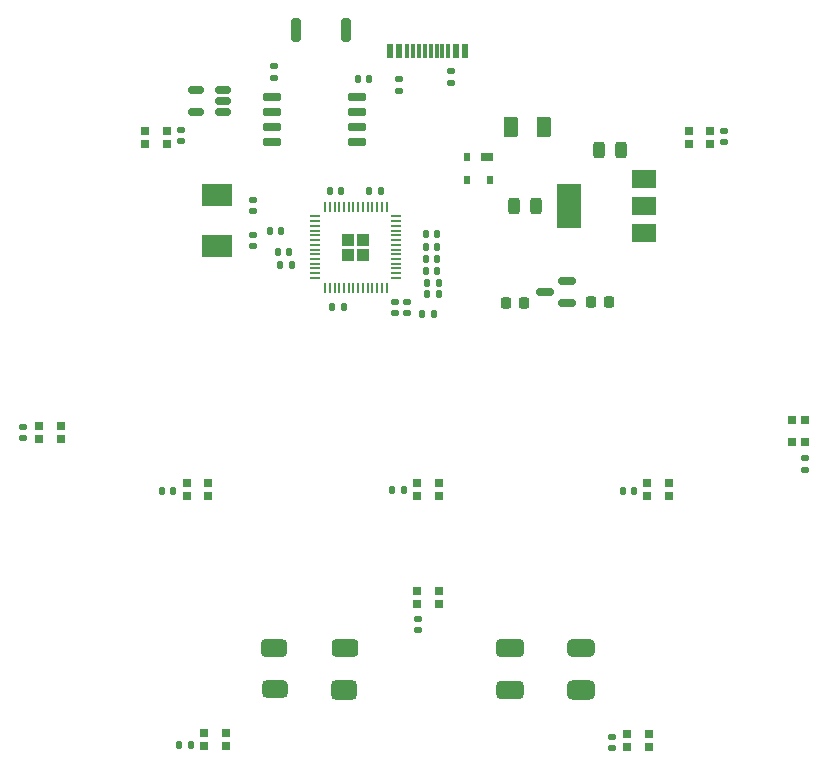
<source format=gbr>
%TF.GenerationSoftware,KiCad,Pcbnew,(7.0.0-0)*%
%TF.CreationDate,2023-03-07T01:41:50-06:00*%
%TF.ProjectId,RP2040_minimal,52503230-3430-45f6-9d69-6e696d616c2e,REV1*%
%TF.SameCoordinates,Original*%
%TF.FileFunction,Paste,Top*%
%TF.FilePolarity,Positive*%
%FSLAX46Y46*%
G04 Gerber Fmt 4.6, Leading zero omitted, Abs format (unit mm)*
G04 Created by KiCad (PCBNEW (7.0.0-0)) date 2023-03-07 01:41:50*
%MOMM*%
%LPD*%
G01*
G04 APERTURE LIST*
G04 Aperture macros list*
%AMRoundRect*
0 Rectangle with rounded corners*
0 $1 Rounding radius*
0 $2 $3 $4 $5 $6 $7 $8 $9 X,Y pos of 4 corners*
0 Add a 4 corners polygon primitive as box body*
4,1,4,$2,$3,$4,$5,$6,$7,$8,$9,$2,$3,0*
0 Add four circle primitives for the rounded corners*
1,1,$1+$1,$2,$3*
1,1,$1+$1,$4,$5*
1,1,$1+$1,$6,$7*
1,1,$1+$1,$8,$9*
0 Add four rect primitives between the rounded corners*
20,1,$1+$1,$2,$3,$4,$5,0*
20,1,$1+$1,$4,$5,$6,$7,0*
20,1,$1+$1,$6,$7,$8,$9,0*
20,1,$1+$1,$8,$9,$2,$3,0*%
G04 Aperture macros list end*
%ADD10R,0.700000X0.700000*%
%ADD11RoundRect,0.140000X0.140000X0.170000X-0.140000X0.170000X-0.140000X-0.170000X0.140000X-0.170000X0*%
%ADD12RoundRect,0.370000X-0.835000X-0.370000X0.835000X-0.370000X0.835000X0.370000X-0.835000X0.370000X0*%
%ADD13RoundRect,0.375000X-0.777500X-0.375000X0.777500X-0.375000X0.777500X0.375000X-0.777500X0.375000X0*%
%ADD14RoundRect,0.390000X-0.782500X-0.390000X0.782500X-0.390000X0.782500X0.390000X-0.782500X0.390000X0*%
%ADD15RoundRect,0.405000X-0.782500X-0.405000X0.782500X-0.405000X0.782500X0.405000X-0.782500X0.405000X0*%
%ADD16RoundRect,0.410000X-0.702500X-0.410000X0.702500X-0.410000X0.702500X0.410000X-0.702500X0.410000X0*%
%ADD17RoundRect,0.375000X-0.707500X-0.375000X0.707500X-0.375000X0.707500X0.375000X-0.707500X0.375000X0*%
%ADD18RoundRect,0.367500X-0.775000X-0.367500X0.775000X-0.367500X0.775000X0.367500X-0.775000X0.367500X0*%
%ADD19RoundRect,0.367500X-0.762500X-0.367500X0.762500X-0.367500X0.762500X0.367500X-0.762500X0.367500X0*%
%ADD20RoundRect,0.150000X0.512500X0.150000X-0.512500X0.150000X-0.512500X-0.150000X0.512500X-0.150000X0*%
%ADD21RoundRect,0.140000X-0.170000X0.140000X-0.170000X-0.140000X0.170000X-0.140000X0.170000X0.140000X0*%
%ADD22RoundRect,0.243750X0.243750X0.456250X-0.243750X0.456250X-0.243750X-0.456250X0.243750X-0.456250X0*%
%ADD23RoundRect,0.147500X-0.147500X-0.172500X0.147500X-0.172500X0.147500X0.172500X-0.147500X0.172500X0*%
%ADD24RoundRect,0.147500X0.147500X0.172500X-0.147500X0.172500X-0.147500X-0.172500X0.147500X-0.172500X0*%
%ADD25R,2.000000X1.500000*%
%ADD26R,2.000000X3.800000*%
%ADD27RoundRect,0.150000X-0.650000X-0.150000X0.650000X-0.150000X0.650000X0.150000X-0.650000X0.150000X0*%
%ADD28RoundRect,0.147500X-0.172500X0.147500X-0.172500X-0.147500X0.172500X-0.147500X0.172500X0.147500X0*%
%ADD29RoundRect,0.050000X-0.387500X0.050000X-0.387500X-0.050000X0.387500X-0.050000X0.387500X0.050000X0*%
%ADD30RoundRect,0.050000X-0.050000X0.387500X-0.050000X-0.387500X0.050000X-0.387500X0.050000X0.387500X0*%
%ADD31RoundRect,0.250000X-0.292217X0.292217X-0.292217X-0.292217X0.292217X-0.292217X0.292217X0.292217X0*%
%ADD32RoundRect,0.147500X0.172500X-0.147500X0.172500X0.147500X-0.172500X0.147500X-0.172500X-0.147500X0*%
%ADD33R,2.600000X1.900000*%
%ADD34RoundRect,0.200000X0.200000X0.800000X-0.200000X0.800000X-0.200000X-0.800000X0.200000X-0.800000X0*%
%ADD35RoundRect,0.225000X0.225000X0.250000X-0.225000X0.250000X-0.225000X-0.250000X0.225000X-0.250000X0*%
%ADD36RoundRect,0.140000X0.170000X-0.140000X0.170000X0.140000X-0.170000X0.140000X-0.170000X-0.140000X0*%
%ADD37R,0.600000X1.150000*%
%ADD38R,0.300000X1.150000*%
%ADD39R,0.600000X0.700000*%
%ADD40R,1.000000X0.700000*%
%ADD41RoundRect,0.150000X0.587500X0.150000X-0.587500X0.150000X-0.587500X-0.150000X0.587500X-0.150000X0*%
%ADD42RoundRect,0.250000X-0.375000X-0.625000X0.375000X-0.625000X0.375000X0.625000X-0.375000X0.625000X0*%
G04 APERTURE END LIST*
D10*
%TO.C,D10*%
X20414999Y-5399999D03*
X20414999Y-4299999D03*
X18584999Y-4299999D03*
X18584999Y-5399999D03*
%TD*%
%TO.C,D9*%
X914999Y-5399999D03*
X914999Y-4299999D03*
X-914999Y-4299999D03*
X-914999Y-5399999D03*
%TD*%
%TO.C,D8*%
X-20414999Y-5399999D03*
X-20414999Y-4299999D03*
X-18584999Y-4299999D03*
X-18584999Y-5399999D03*
%TD*%
D11*
%TO.C,C30*%
X16500000Y-4950000D03*
X17460000Y-4950000D03*
%TD*%
%TO.C,C29*%
X-2040000Y-4900000D03*
X-3000000Y-4900000D03*
%TD*%
%TO.C,C28*%
X-22520000Y-4950000D03*
X-21560000Y-4950000D03*
%TD*%
D12*
%TO.C,SW3*%
X6945000Y-18260000D03*
D13*
X12977500Y-18250000D03*
D14*
X7002500Y-21780000D03*
D15*
X13012500Y-21810000D03*
%TD*%
D16*
%TO.C,SW2*%
X-7062500Y-21820000D03*
D17*
X-12907500Y-21750000D03*
D18*
X-7032500Y-18265000D03*
D19*
X-12980000Y-18265000D03*
%TD*%
D20*
%TO.C,Q1*%
X-17362500Y27110000D03*
X-17362500Y28060000D03*
X-17362500Y29010000D03*
X-19637500Y29010000D03*
X-19637500Y27110000D03*
%TD*%
D21*
%TO.C,C27*%
X25110000Y25540000D03*
X25110000Y24580000D03*
%TD*%
%TO.C,C24*%
X-860000Y-15770000D03*
X-860000Y-16730000D03*
%TD*%
D22*
%TO.C,C2*%
X9207500Y19210000D03*
X7332500Y19210000D03*
%TD*%
D23*
%TO.C,C12*%
X925000Y11682500D03*
X-45000Y11682500D03*
%TD*%
%TO.C,C11*%
X925000Y12682500D03*
X-45000Y12682500D03*
%TD*%
D24*
%TO.C,C8*%
X-7115000Y10635000D03*
X-8085000Y10635000D03*
%TD*%
D25*
%TO.C,U1*%
X18279999Y16879999D03*
X18279999Y19179999D03*
D26*
X11979999Y19179999D03*
D25*
X18279999Y21479999D03*
%TD*%
D27*
%TO.C,U4*%
X-5955000Y28412500D03*
X-5955000Y27142500D03*
X-5955000Y25872500D03*
X-5955000Y24602500D03*
X-13155000Y24602500D03*
X-13155000Y25872500D03*
X-13155000Y27142500D03*
X-13155000Y28412500D03*
%TD*%
D28*
%TO.C,C17*%
X-14792519Y16724000D03*
X-14792519Y15754000D03*
%TD*%
D23*
%TO.C,C5*%
X810000Y15715000D03*
X-160000Y15715000D03*
%TD*%
D24*
%TO.C,C7*%
X-3992500Y20402500D03*
X-4962500Y20402500D03*
%TD*%
%TO.C,C10*%
X-12710000Y15279000D03*
X-11740000Y15279000D03*
%TD*%
%TO.C,R5*%
X-159124Y14697500D03*
X810876Y14697500D03*
%TD*%
%TO.C,C4*%
X-12470000Y14172500D03*
X-11500000Y14172500D03*
%TD*%
D22*
%TO.C,C1*%
X16387500Y23940000D03*
X14512500Y23940000D03*
%TD*%
D24*
%TO.C,C6*%
X-7342500Y20432500D03*
X-8312500Y20432500D03*
%TD*%
D29*
%TO.C,U5*%
X-2647500Y18285000D03*
X-2647500Y17885000D03*
X-2647500Y17485000D03*
X-2647500Y17085000D03*
X-2647500Y16685000D03*
X-2647500Y16285000D03*
X-2647500Y15885000D03*
X-2647500Y15485000D03*
X-2647500Y15085000D03*
X-2647500Y14685000D03*
X-2647500Y14285000D03*
X-2647500Y13885000D03*
X-2647500Y13485000D03*
X-2647500Y13085000D03*
D30*
X-3485000Y12247500D03*
X-3885000Y12247500D03*
X-4285000Y12247500D03*
X-4685000Y12247500D03*
X-5085000Y12247500D03*
X-5485000Y12247500D03*
X-5885000Y12247500D03*
X-6285000Y12247500D03*
X-6685000Y12247500D03*
X-7085000Y12247500D03*
X-7485000Y12247500D03*
X-7885000Y12247500D03*
X-8285000Y12247500D03*
X-8685000Y12247500D03*
D29*
X-9522500Y13085000D03*
X-9522500Y13485000D03*
X-9522500Y13885000D03*
X-9522500Y14285000D03*
X-9522500Y14685000D03*
X-9522500Y15085000D03*
X-9522500Y15485000D03*
X-9522500Y15885000D03*
X-9522500Y16285000D03*
X-9522500Y16685000D03*
X-9522500Y17085000D03*
X-9522500Y17485000D03*
X-9522500Y17885000D03*
X-9522500Y18285000D03*
D30*
X-8685000Y19122500D03*
X-8285000Y19122500D03*
X-7885000Y19122500D03*
X-7485000Y19122500D03*
X-7085000Y19122500D03*
X-6685000Y19122500D03*
X-6285000Y19122500D03*
X-5885000Y19122500D03*
X-5485000Y19122500D03*
X-5085000Y19122500D03*
X-4685000Y19122500D03*
X-4285000Y19122500D03*
X-3885000Y19122500D03*
X-3485000Y19122500D03*
D31*
X-6722500Y15047500D03*
X-5447500Y15047500D03*
X-6722500Y16322500D03*
X-5447500Y16322500D03*
%TD*%
D32*
%TO.C,C16*%
X-14792519Y18724000D03*
X-14792519Y19694000D03*
%TD*%
D24*
%TO.C,R6*%
X-159124Y13697500D03*
X810876Y13697500D03*
%TD*%
D23*
%TO.C,C3*%
X800000Y16795000D03*
X-170000Y16795000D03*
%TD*%
%TO.C,C15*%
X-4970000Y29907500D03*
X-5940000Y29907500D03*
%TD*%
D24*
%TO.C,R8*%
X-13392519Y17024000D03*
X-12422519Y17024000D03*
%TD*%
D33*
%TO.C,Y1*%
X-17816837Y15812499D03*
X-17816837Y20112499D03*
%TD*%
D21*
%TO.C,C26*%
X31960000Y-3160000D03*
X31960000Y-2200000D03*
%TD*%
D34*
%TO.C,SW1*%
X-11134338Y34077500D03*
X-6934338Y34077500D03*
%TD*%
D35*
%TO.C,R4*%
X8165000Y10920000D03*
X6615000Y10920000D03*
%TD*%
D36*
%TO.C,C25*%
X15620000Y-25790000D03*
X15620000Y-26750000D03*
%TD*%
D37*
%TO.C,P1*%
X3199999Y32319999D03*
X2399999Y32319999D03*
D38*
X1249999Y32319999D03*
X249999Y32319999D03*
X-249999Y32319999D03*
X-1249999Y32319999D03*
D37*
X-2399999Y32319999D03*
X-3199999Y32319999D03*
X-3199999Y32319999D03*
X-2399999Y32319999D03*
D38*
X-1749999Y32319999D03*
X-749999Y32319999D03*
X749999Y32319999D03*
X1749999Y32319999D03*
D37*
X2399999Y32319999D03*
X3199999Y32319999D03*
%TD*%
D10*
%TO.C,D2*%
X-31084999Y-549999D03*
X-31084999Y549999D03*
X-32914999Y549999D03*
X-32914999Y-549999D03*
%TD*%
D35*
%TO.C,R1*%
X15375000Y11020000D03*
X13825000Y11020000D03*
%TD*%
D21*
%TO.C,C21*%
X-20890000Y24650000D03*
X-20890000Y25610000D03*
%TD*%
D39*
%TO.C,U3*%
X5239999Y21334999D03*
X3339999Y21334999D03*
X3339999Y23334999D03*
D40*
X5039999Y23334999D03*
%TD*%
D36*
%TO.C,C22*%
X-34230000Y480000D03*
X-34230000Y-480000D03*
%TD*%
D10*
%TO.C,D5*%
X18744999Y-26659999D03*
X18744999Y-25559999D03*
X16914999Y-25559999D03*
X16914999Y-26659999D03*
%TD*%
D41*
%TO.C,U2*%
X11805000Y10960000D03*
X11805000Y12860000D03*
X9930000Y11910000D03*
%TD*%
D21*
%TO.C,R2*%
X1949338Y30560000D03*
X1949338Y29600000D03*
%TD*%
D11*
%TO.C,C23*%
X-21032500Y-26485000D03*
X-20072500Y-26485000D03*
%TD*%
D10*
%TO.C,D7*%
X22084999Y25549999D03*
X22084999Y24449999D03*
X23914999Y24449999D03*
X23914999Y25549999D03*
%TD*%
D23*
%TO.C,C14*%
X-445000Y10050000D03*
X525000Y10050000D03*
%TD*%
D28*
%TO.C,C9*%
X-2775000Y10087500D03*
X-2775000Y11057500D03*
%TD*%
D10*
%TO.C,D3*%
X-17084999Y-26549999D03*
X-17084999Y-25449999D03*
X-18914999Y-25449999D03*
X-18914999Y-26549999D03*
%TD*%
D28*
%TO.C,C13*%
X-1745000Y10087500D03*
X-1745000Y11057500D03*
%TD*%
D10*
%TO.C,D1*%
X-23914999Y25549999D03*
X-23914999Y24449999D03*
X-22084999Y24449999D03*
X-22084999Y25549999D03*
%TD*%
D21*
%TO.C,R3*%
X-2430000Y29880000D03*
X-2430000Y28920000D03*
%TD*%
D10*
%TO.C,D6*%
X31949999Y1014999D03*
X30849999Y1014999D03*
X30849999Y-814999D03*
X31949999Y-814999D03*
%TD*%
%TO.C,D4*%
X914999Y-14549999D03*
X914999Y-13449999D03*
X-914999Y-13449999D03*
X-914999Y-14549999D03*
%TD*%
D21*
%TO.C,R7*%
X-12985000Y30037500D03*
X-12985000Y30997500D03*
%TD*%
D42*
%TO.C,F1*%
X7030000Y25840000D03*
X9830000Y25840000D03*
%TD*%
M02*

</source>
